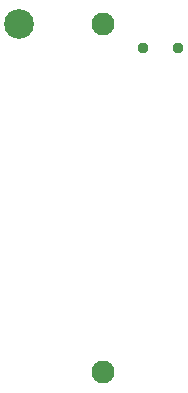
<source format=gbs>
G04*
G04 #@! TF.GenerationSoftware,Altium Limited,Altium Designer,22.8.2 (66)*
G04*
G04 Layer_Color=16711935*
%FSLAX44Y44*%
%MOMM*%
G71*
G04*
G04 #@! TF.SameCoordinates,1C822ADC-4D7C-47C7-80CC-BC155C960612*
G04*
G04*
G04 #@! TF.FilePolarity,Negative*
G04*
G01*
G75*
%ADD40C,2.5100*%
%ADD41C,1.9350*%
%ADD42C,0.9500*%
D40*
X1586150Y570210D02*
D03*
D41*
X1657350Y275610D02*
D03*
Y570210D02*
D03*
D42*
X1690610Y549910D02*
D03*
X1720610D02*
D03*
M02*

</source>
